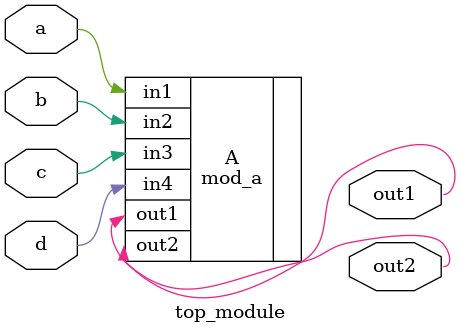
<source format=v>
`timescale 1ns / 1ps


module top_module ( 
    input a,
    input b, 
    input c,
    input d,
    output out1,
    output out2
);

    mod_a A(
        .out1(out1),
        .out2(out2),
        .in1(a),
        .in2(b),
        .in3(c),
        .in4(d)
    );

endmodule
</source>
